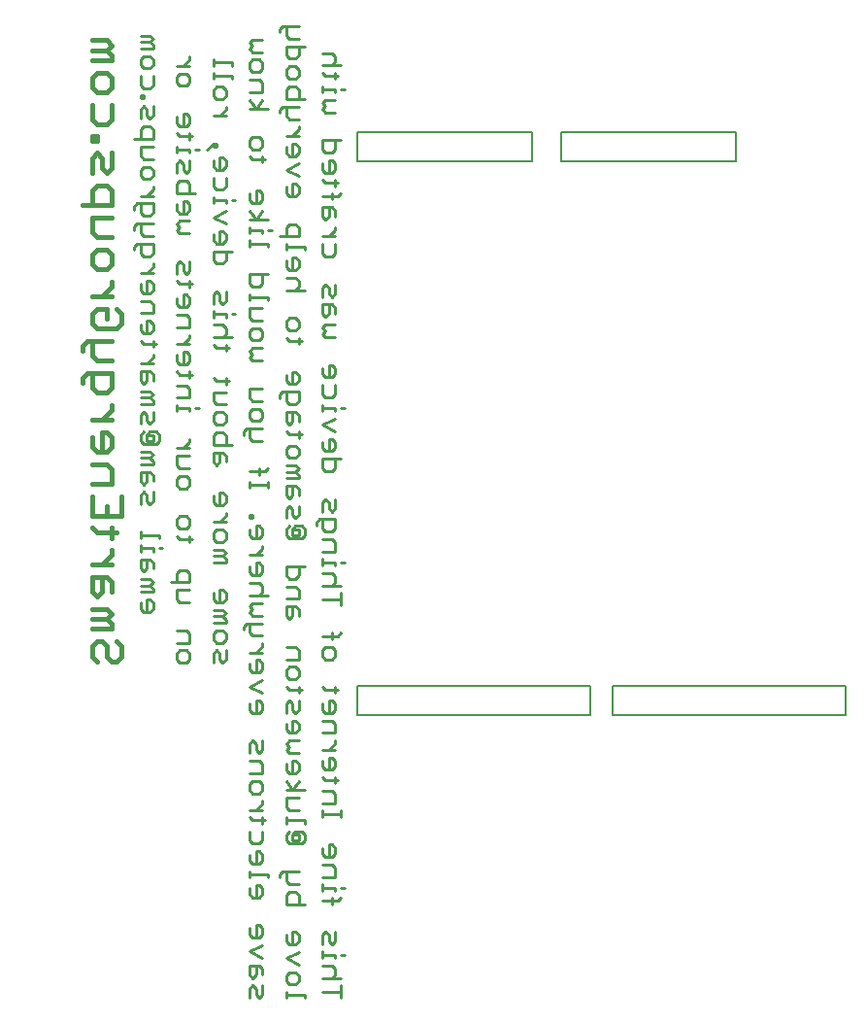
<source format=gbo>
G75*
G70*
%OFA0B0*%
%FSLAX24Y24*%
%IPPOS*%
%LPD*%
%AMOC8*
5,1,8,0,0,1.08239X$1,22.5*
%
%ADD10C,0.0180*%
%ADD11R,0.0040X0.0400*%
%ADD12R,0.0040X0.0600*%
%ADD13R,0.0040X0.0280*%
%ADD14R,0.0040X0.0440*%
%ADD15R,0.0040X0.0920*%
%ADD16R,0.0040X0.0360*%
%ADD17R,0.0040X0.0240*%
%ADD18R,0.0040X0.0200*%
%ADD19R,0.0040X0.0080*%
%ADD20R,0.0040X0.0160*%
%ADD21R,0.0040X0.0040*%
%ADD22R,0.0040X0.0480*%
%ADD23R,0.0040X0.0520*%
%ADD24R,0.0040X0.0560*%
%ADD25R,0.0040X0.0720*%
%ADD26R,0.0040X0.0320*%
%ADD27R,0.0040X0.0120*%
%ADD28R,0.0040X0.0680*%
%ADD29R,0.0040X0.0800*%
%ADD30R,0.0040X0.0640*%
%ADD31R,0.0040X0.0760*%
%ADD32R,0.0040X0.0880*%
%ADD33R,0.0040X0.0840*%
%ADD34R,0.0040X0.1080*%
%ADD35R,0.0040X0.1000*%
%ADD36R,0.0040X0.1560*%
%ADD37R,0.0040X0.1040*%
%ADD38R,0.0040X0.1520*%
%ADD39R,0.0040X0.1960*%
%ADD40R,0.0040X0.1920*%
%ADD41R,0.0040X0.1440*%
%ADD42R,0.0040X0.1720*%
%ADD43R,0.0040X0.0960*%
%ADD44C,0.0110*%
%ADD45C,0.0050*%
D10*
X006730Y012519D02*
X006560Y012690D01*
X006560Y013030D01*
X006730Y013200D01*
X006900Y013200D01*
X007070Y013030D01*
X007070Y012690D01*
X007241Y012519D01*
X007411Y012519D01*
X007581Y012690D01*
X007581Y013030D01*
X007411Y013200D01*
X007241Y013624D02*
X006560Y013624D01*
X006560Y013965D02*
X007070Y013965D01*
X007241Y014135D01*
X007070Y014305D01*
X006560Y014305D01*
X006730Y014729D02*
X006900Y014899D01*
X006900Y015410D01*
X007070Y015410D02*
X006560Y015410D01*
X006560Y014899D01*
X006730Y014729D01*
X007241Y014899D02*
X007241Y015240D01*
X007070Y015410D01*
X006900Y015834D02*
X007241Y016175D01*
X007241Y016345D01*
X007241Y016755D02*
X007241Y017095D01*
X007411Y016925D02*
X006730Y016925D01*
X006560Y017095D01*
X006560Y017492D02*
X006560Y018172D01*
X006560Y018597D02*
X007241Y018597D01*
X007241Y019107D01*
X007070Y019277D01*
X006560Y019277D01*
X006730Y019702D02*
X007070Y019702D01*
X007241Y019872D01*
X007241Y020212D01*
X007070Y020382D01*
X006900Y020382D01*
X006900Y019702D01*
X006730Y019702D02*
X006560Y019872D01*
X006560Y020212D01*
X006560Y020807D02*
X007241Y020807D01*
X007241Y021147D02*
X007241Y021317D01*
X007241Y021147D02*
X006900Y020807D01*
X006730Y021727D02*
X006560Y021897D01*
X006560Y022408D01*
X006390Y022408D02*
X006220Y022238D01*
X006220Y022068D01*
X006390Y022408D02*
X007241Y022408D01*
X007241Y021897D01*
X007070Y021727D01*
X006730Y021727D01*
X006730Y022832D02*
X006560Y023002D01*
X006560Y023513D01*
X006390Y023513D02*
X006220Y023343D01*
X006220Y023173D01*
X006390Y023513D02*
X007241Y023513D01*
X007411Y023937D02*
X006730Y023937D01*
X006560Y024107D01*
X006560Y024448D01*
X006730Y024618D01*
X007070Y024618D01*
X007070Y024277D01*
X007411Y023937D02*
X007581Y024107D01*
X007581Y024448D01*
X007411Y024618D01*
X007241Y025042D02*
X006560Y025042D01*
X006900Y025042D02*
X007241Y025382D01*
X007241Y025553D01*
X007070Y025963D02*
X006730Y025963D01*
X006560Y026133D01*
X006560Y026473D01*
X006730Y026643D01*
X007070Y026643D01*
X007241Y026473D01*
X007241Y026133D01*
X007070Y025963D01*
X007241Y027068D02*
X006730Y027068D01*
X006560Y027238D01*
X006560Y027748D01*
X007241Y027748D01*
X007241Y028173D02*
X007241Y028683D01*
X007070Y028853D01*
X006730Y028853D01*
X006560Y028683D01*
X006560Y028173D01*
X006220Y028173D02*
X007241Y028173D01*
X007070Y029278D02*
X007241Y029448D01*
X007241Y029958D01*
X006900Y029788D02*
X006900Y029448D01*
X007070Y029278D01*
X006560Y029278D02*
X006560Y029788D01*
X006730Y029958D01*
X006900Y029788D01*
X006730Y030383D02*
X006730Y030553D01*
X006560Y030553D01*
X006560Y030383D01*
X006730Y030383D01*
X006730Y030935D02*
X006560Y031105D01*
X006560Y031616D01*
X007241Y031616D02*
X007241Y031105D01*
X007070Y030935D01*
X006730Y030935D01*
X006730Y032040D02*
X006560Y032210D01*
X006560Y032551D01*
X006730Y032721D01*
X007070Y032721D01*
X007241Y032551D01*
X007241Y032210D01*
X007070Y032040D01*
X006730Y032040D01*
X006560Y033145D02*
X007241Y033145D01*
X007241Y033315D01*
X007070Y033485D01*
X007241Y033655D01*
X007070Y033826D01*
X006560Y033826D01*
X006560Y033485D02*
X007070Y033485D01*
X007241Y022832D02*
X006730Y022832D01*
X007581Y018172D02*
X007581Y017492D01*
X006560Y017492D01*
X007070Y017492D02*
X007070Y017832D01*
X007241Y015834D02*
X006560Y015834D01*
X007070Y013965D02*
X007241Y013795D01*
X007241Y013624D01*
D11*
X008650Y011360D03*
X008690Y011360D03*
X009090Y010400D03*
X008690Y009640D03*
X009050Y009320D03*
X009410Y009000D03*
X010130Y009040D03*
X010250Y009320D03*
X010370Y009600D03*
X010490Y009880D03*
X010610Y010200D03*
X009890Y008400D03*
X009770Y008200D03*
X009610Y007800D03*
X009010Y007640D03*
X007170Y007720D03*
X007130Y007840D03*
X007090Y007960D03*
X007050Y008120D03*
X006970Y010040D03*
X007850Y010160D03*
X004290Y009000D03*
X004130Y009480D03*
X005010Y007200D03*
D12*
X004690Y007900D03*
X004570Y008220D03*
X004170Y009460D03*
X004290Y009620D03*
X004330Y009660D03*
X006490Y009860D03*
X007010Y010020D03*
X008010Y010340D03*
X007690Y011220D03*
X007850Y011460D03*
X010050Y010180D03*
X009690Y009580D03*
D13*
X008970Y009340D03*
X008610Y009660D03*
X008290Y009940D03*
X007810Y010140D03*
X007130Y009740D03*
X007250Y009660D03*
X007370Y009540D03*
X007410Y009500D03*
X007450Y009460D03*
X007490Y009420D03*
X007650Y009300D03*
X007690Y009260D03*
X007730Y009220D03*
X007930Y009060D03*
X007970Y009020D03*
X008010Y008980D03*
X008210Y008820D03*
X008250Y008780D03*
X008450Y008620D03*
X008490Y008580D03*
X008530Y008540D03*
X009490Y007620D03*
X009370Y007420D03*
X009330Y007340D03*
X009290Y007300D03*
X009250Y007220D03*
X009210Y007180D03*
X009130Y007060D03*
X009050Y006940D03*
X008970Y006820D03*
X008930Y006780D03*
X008890Y006700D03*
X008850Y006660D03*
X008810Y006580D03*
X008770Y006540D03*
X008730Y006460D03*
X008690Y006420D03*
X008650Y006340D03*
X008610Y006300D03*
X008570Y006220D03*
X008530Y006180D03*
X008490Y006100D03*
X008450Y006060D03*
X008410Y005980D03*
X008370Y005940D03*
X008130Y006220D03*
X008210Y006340D03*
X008290Y006460D03*
X008330Y006540D03*
X008410Y006660D03*
X008490Y006780D03*
X008570Y006900D03*
X008650Y007020D03*
X008730Y007140D03*
X008810Y007260D03*
X008890Y007380D03*
X007970Y006340D03*
X007290Y007380D03*
X005170Y006780D03*
X004930Y007260D03*
X004210Y009660D03*
X006570Y009660D03*
X006650Y009620D03*
X006890Y009980D03*
X006930Y010020D03*
X006530Y010100D03*
X007450Y011580D03*
X007930Y011700D03*
X008730Y011420D03*
X008890Y011380D03*
X009570Y010780D03*
X009810Y010540D03*
X009930Y010460D03*
X010530Y010340D03*
X009050Y010380D03*
X010410Y008540D03*
X010170Y008180D03*
D14*
X010290Y008460D03*
X010010Y008740D03*
X009810Y008260D03*
X010570Y008140D03*
X009450Y009060D03*
X009770Y009660D03*
X009850Y009780D03*
X010090Y010220D03*
X008770Y010700D03*
X008170Y011940D03*
X008210Y011980D03*
X004210Y009260D03*
X004410Y008700D03*
X007250Y007420D03*
X008810Y007780D03*
D15*
X008810Y009580D03*
X009290Y009780D03*
X009530Y009980D03*
X008930Y010100D03*
X008490Y010980D03*
X004250Y009380D03*
D16*
X004330Y008900D03*
X004370Y008780D03*
X004730Y007700D03*
X004770Y007580D03*
X006730Y009580D03*
X006890Y009500D03*
X006930Y009460D03*
X006970Y009420D03*
X007010Y009380D03*
X007050Y009340D03*
X007090Y009300D03*
X007130Y009300D03*
X007170Y009260D03*
X007210Y009220D03*
X007250Y009180D03*
X007290Y009140D03*
X007330Y009100D03*
X007370Y009060D03*
X007410Y009060D03*
X007450Y009020D03*
X007490Y008980D03*
X007530Y008940D03*
X007570Y008900D03*
X007610Y008860D03*
X007730Y008780D03*
X007770Y008740D03*
X007810Y008700D03*
X007850Y008660D03*
X007890Y008620D03*
X007970Y008580D03*
X008010Y008540D03*
X008050Y008500D03*
X008090Y008460D03*
X008130Y008420D03*
X008290Y008300D03*
X008330Y008260D03*
X008370Y008220D03*
X008410Y008180D03*
X008570Y008060D03*
X008610Y008020D03*
X008650Y007980D03*
X008690Y007940D03*
X009570Y007740D03*
X009850Y008380D03*
X009930Y008580D03*
X009970Y008660D03*
X010090Y008940D03*
X010170Y009140D03*
X010210Y009220D03*
X010290Y009420D03*
X010330Y009500D03*
X010410Y009700D03*
X010450Y009780D03*
X010530Y009980D03*
X010130Y010220D03*
X009090Y011140D03*
X008730Y010700D03*
X007930Y010300D03*
X008330Y009940D03*
X009290Y008980D03*
X009330Y008980D03*
X009370Y008980D03*
X010210Y008180D03*
X008250Y011340D03*
X008210Y011380D03*
X008170Y011420D03*
X007770Y011580D03*
X008250Y012020D03*
D17*
X008330Y012120D03*
X008610Y012080D03*
X008930Y011800D03*
X008970Y011760D03*
X008810Y011440D03*
X008770Y011440D03*
X008850Y011400D03*
X009130Y011160D03*
X009170Y011120D03*
X009210Y011080D03*
X009490Y010840D03*
X009530Y010800D03*
X009690Y011120D03*
X009330Y011440D03*
X009290Y011480D03*
X010050Y010800D03*
X010090Y010760D03*
X009850Y010520D03*
X009890Y010480D03*
X010410Y010480D03*
X010450Y010440D03*
X010490Y010400D03*
X010650Y010200D03*
X009170Y010600D03*
X009050Y010080D03*
X008530Y009720D03*
X008570Y009680D03*
X008250Y009960D03*
X008210Y010000D03*
X008170Y010040D03*
X008410Y010160D03*
X008890Y009400D03*
X008930Y009360D03*
X009250Y009080D03*
X008410Y008640D03*
X008370Y008680D03*
X008330Y008720D03*
X008290Y008760D03*
X008170Y008840D03*
X008130Y008880D03*
X008090Y008920D03*
X008050Y008960D03*
X007890Y009080D03*
X007850Y009120D03*
X007810Y009160D03*
X007770Y009200D03*
X007610Y009320D03*
X007570Y009360D03*
X007530Y009400D03*
X007330Y009560D03*
X007290Y009600D03*
X006610Y009640D03*
X006810Y008360D03*
X006850Y008320D03*
X006890Y008320D03*
X006930Y008320D03*
X006970Y008280D03*
X005770Y008200D03*
X004890Y007320D03*
X005330Y006440D03*
X008130Y006600D03*
X008170Y006680D03*
X008210Y006720D03*
X008250Y006800D03*
X008290Y006840D03*
X008330Y006920D03*
X008370Y006960D03*
X008410Y007040D03*
X008450Y007120D03*
X008490Y007160D03*
X008530Y007240D03*
X008570Y007280D03*
X008610Y007360D03*
X008690Y007480D03*
X008850Y007320D03*
X008930Y007440D03*
X008770Y007200D03*
X008690Y007080D03*
X008610Y006960D03*
X008530Y006840D03*
X008450Y006720D03*
X008370Y006600D03*
X008250Y006400D03*
X008170Y006280D03*
X008330Y005880D03*
X009010Y006880D03*
X009090Y007000D03*
X009170Y007120D03*
X009370Y007800D03*
X009130Y008040D03*
X008890Y008240D03*
X008850Y008280D03*
X008650Y008440D03*
X008610Y008480D03*
X008570Y008520D03*
X010250Y008320D03*
X010250Y008040D03*
X007770Y011160D03*
X007810Y011240D03*
X005610Y011480D03*
X005570Y011440D03*
X005530Y011400D03*
X005490Y011360D03*
X005450Y011280D03*
X005410Y011240D03*
X005370Y011200D03*
X005290Y011080D03*
X005250Y011040D03*
X005210Y011000D03*
X005170Y010920D03*
X005130Y010880D03*
X005090Y010840D03*
X005010Y010720D03*
X004970Y010680D03*
X004890Y010560D03*
X004850Y010520D03*
X004810Y010480D03*
X004770Y010400D03*
X004730Y010360D03*
X004690Y010320D03*
X004650Y010240D03*
X004610Y010200D03*
X004570Y010160D03*
X004490Y010040D03*
X004450Y010000D03*
X004370Y009880D03*
D18*
X004410Y009940D03*
X004530Y010100D03*
X004930Y010620D03*
X005050Y010780D03*
X005330Y011140D03*
X005650Y011540D03*
X005690Y011580D03*
X006890Y010700D03*
X006850Y010620D03*
X006810Y010580D03*
X006770Y010500D03*
X006730Y010460D03*
X006690Y010380D03*
X006610Y010260D03*
X006570Y010180D03*
X006970Y010820D03*
X007050Y010940D03*
X007130Y011060D03*
X007210Y011180D03*
X007250Y011260D03*
X007290Y011300D03*
X007330Y011380D03*
X007370Y011420D03*
X007490Y011620D03*
X007930Y011420D03*
X008570Y012100D03*
X008530Y012140D03*
X008650Y012060D03*
X008690Y012020D03*
X008730Y011980D03*
X008770Y011940D03*
X008810Y011900D03*
X008850Y011860D03*
X008890Y011820D03*
X009010Y011740D03*
X009050Y011700D03*
X009090Y011660D03*
X009130Y011620D03*
X009170Y011580D03*
X009210Y011540D03*
X009250Y011500D03*
X009370Y011420D03*
X009410Y011380D03*
X009450Y011340D03*
X009490Y011300D03*
X009530Y011260D03*
X009570Y011220D03*
X009610Y011180D03*
X009650Y011140D03*
X009730Y011100D03*
X009770Y011060D03*
X009810Y011020D03*
X009850Y010980D03*
X009890Y010940D03*
X009930Y010900D03*
X009970Y010860D03*
X010010Y010820D03*
X010130Y010740D03*
X010170Y010700D03*
X010210Y010660D03*
X010250Y010620D03*
X010290Y010580D03*
X010330Y010540D03*
X010370Y010500D03*
X009010Y010380D03*
X008810Y010900D03*
X007930Y009980D03*
X007970Y009940D03*
X008010Y009900D03*
X008050Y009860D03*
X008090Y009820D03*
X008250Y009700D03*
X008290Y009660D03*
X008330Y009620D03*
X008370Y009580D03*
X008410Y009540D03*
X008450Y009500D03*
X008570Y009420D03*
X008610Y009380D03*
X008650Y009340D03*
X008690Y009300D03*
X008730Y009260D03*
X008890Y009140D03*
X008930Y009100D03*
X008970Y009060D03*
X009010Y009020D03*
X009050Y008980D03*
X008810Y008300D03*
X008770Y008300D03*
X009050Y008060D03*
X009090Y008060D03*
X008890Y007860D03*
X008850Y007900D03*
X008930Y007820D03*
X009290Y007860D03*
X009330Y007820D03*
X008650Y007420D03*
X008290Y005860D03*
X008250Y005820D03*
X008090Y005820D03*
X004730Y008340D03*
X004690Y008340D03*
X004370Y009620D03*
D19*
X005530Y006320D03*
X005570Y006320D03*
X005610Y006320D03*
X005650Y006320D03*
X005690Y006320D03*
X005730Y006320D03*
X005770Y006320D03*
X005810Y006320D03*
X005850Y006320D03*
X005890Y006320D03*
X005930Y006320D03*
X005970Y006320D03*
X006010Y006320D03*
X006050Y006320D03*
X006090Y006320D03*
X006130Y006320D03*
X006170Y006320D03*
X006210Y006320D03*
X006250Y006320D03*
X006290Y006320D03*
X006330Y006320D03*
X006370Y006320D03*
X006410Y006320D03*
X006450Y006320D03*
X006490Y006320D03*
X006530Y006320D03*
X006570Y006320D03*
X005890Y007280D03*
X005850Y007280D03*
X005810Y007280D03*
X005770Y007280D03*
X005730Y007280D03*
X005690Y007280D03*
X005650Y007280D03*
X005610Y007280D03*
X005570Y007280D03*
X005530Y007280D03*
X005490Y007280D03*
X005450Y007280D03*
X005410Y007280D03*
X005370Y007280D03*
X005330Y007280D03*
X005290Y007280D03*
X005250Y007280D03*
X005210Y007280D03*
X005170Y007280D03*
X005130Y007280D03*
X005090Y007280D03*
X005090Y008280D03*
X005050Y008280D03*
X005010Y008280D03*
X004970Y008280D03*
X004930Y008280D03*
X004890Y008280D03*
X004850Y008280D03*
X004810Y008280D03*
X004770Y008280D03*
X004770Y008400D03*
X004810Y008400D03*
X004850Y008400D03*
X004890Y008400D03*
X004930Y008400D03*
X004970Y008400D03*
X005010Y008400D03*
X005050Y008400D03*
X005090Y008400D03*
X005130Y008400D03*
X005170Y008400D03*
X005210Y008400D03*
X005250Y008400D03*
X005290Y008400D03*
X005330Y008400D03*
X005370Y008400D03*
X005410Y008400D03*
X005450Y008400D03*
X005490Y008400D03*
X005530Y008400D03*
X005570Y008400D03*
X005610Y008400D03*
X005650Y008400D03*
X005690Y008400D03*
X005730Y008400D03*
X005770Y008400D03*
X005810Y008400D03*
X005850Y008400D03*
X005890Y008400D03*
X005930Y008400D03*
X005970Y008400D03*
X006010Y008400D03*
X006050Y008400D03*
X006090Y008400D03*
X006130Y008400D03*
X006170Y008400D03*
X006210Y008400D03*
X006250Y008400D03*
X006290Y008400D03*
X006330Y008400D03*
X006370Y008400D03*
X006410Y008400D03*
X006450Y008400D03*
X006490Y008400D03*
X006530Y008400D03*
X005970Y008280D03*
X005930Y008280D03*
X005890Y008280D03*
X005850Y008280D03*
X005810Y008280D03*
X005730Y008280D03*
X005690Y008280D03*
X005650Y008280D03*
X005610Y008280D03*
X005570Y008280D03*
X005530Y008280D03*
X005490Y008280D03*
X005450Y008280D03*
X005410Y008280D03*
X005370Y008280D03*
X005330Y008280D03*
X005290Y008280D03*
X005250Y008280D03*
X005210Y008280D03*
X005170Y008280D03*
X005130Y008280D03*
X004570Y008600D03*
X004370Y009440D03*
X005930Y011640D03*
X005970Y011640D03*
X006010Y011640D03*
X006050Y011640D03*
X006090Y011640D03*
X006130Y011640D03*
X006170Y011640D03*
X006210Y011640D03*
X006250Y011640D03*
X006290Y011640D03*
X006330Y011640D03*
X006370Y011640D03*
X006410Y011640D03*
X006450Y011640D03*
X006490Y011640D03*
X006530Y011640D03*
X006570Y011640D03*
X006610Y011640D03*
X006650Y011640D03*
X006690Y011640D03*
X006730Y011640D03*
X006770Y011640D03*
X006810Y011640D03*
X006850Y011640D03*
X009410Y009520D03*
X009930Y008240D03*
X009970Y008240D03*
X010010Y008240D03*
X010050Y008240D03*
X010090Y008240D03*
X010130Y008240D03*
X010130Y008120D03*
X010090Y008120D03*
X010050Y008120D03*
X010010Y008120D03*
X009970Y008120D03*
X009930Y008120D03*
X009890Y008120D03*
X009850Y008120D03*
D20*
X010410Y008240D03*
X010250Y008600D03*
X010090Y008640D03*
X009250Y007880D03*
X009210Y007920D03*
X009170Y007960D03*
X009010Y008080D03*
X008970Y008120D03*
X008930Y008160D03*
X008730Y008320D03*
X008690Y008360D03*
X009090Y007640D03*
X010250Y007680D03*
X008530Y009440D03*
X008490Y009480D03*
X008210Y009720D03*
X008170Y009760D03*
X008130Y009800D03*
X007770Y010120D03*
X008730Y010400D03*
X008770Y010360D03*
X009090Y010080D03*
X010170Y010240D03*
X007970Y011440D03*
X007690Y011680D03*
X007570Y011640D03*
X007530Y011640D03*
X007170Y011120D03*
X007090Y011000D03*
X007010Y010880D03*
X006930Y010760D03*
X006650Y010320D03*
X006450Y009640D03*
X006410Y009640D03*
X006370Y009640D03*
X006330Y009640D03*
X006290Y009640D03*
X006250Y009640D03*
X006210Y009640D03*
X006170Y009640D03*
X006130Y009640D03*
X006090Y009640D03*
X006050Y009640D03*
X006010Y009640D03*
X005970Y009640D03*
X005930Y009640D03*
X005890Y009640D03*
X005850Y009640D03*
X005810Y009640D03*
X005770Y009640D03*
X005730Y009640D03*
X005690Y009640D03*
X005650Y009640D03*
X005610Y009640D03*
X005570Y009640D03*
X005530Y009640D03*
X005490Y009640D03*
X005450Y009640D03*
X005410Y009640D03*
X005370Y009640D03*
X005330Y009640D03*
X005290Y009640D03*
X005250Y009640D03*
X005210Y009640D03*
X005170Y009640D03*
X005130Y009640D03*
X005090Y009640D03*
X005050Y009640D03*
X005010Y009640D03*
X004970Y009640D03*
X004930Y009640D03*
X004890Y009640D03*
X004850Y009640D03*
X004810Y009640D03*
X004770Y009640D03*
X004730Y009640D03*
X004690Y009640D03*
X004650Y009640D03*
X004610Y009640D03*
X004570Y009640D03*
X004530Y009640D03*
X004490Y009640D03*
X004450Y009640D03*
X004410Y009640D03*
X004730Y008000D03*
X005370Y006400D03*
X005410Y006360D03*
X006690Y006320D03*
X006730Y006320D03*
X006770Y006320D03*
X007170Y007280D03*
X008130Y005800D03*
X008170Y005800D03*
X008210Y005800D03*
X005770Y011600D03*
X005730Y011600D03*
X008450Y012160D03*
X008490Y012160D03*
D21*
X008650Y011060D03*
X009770Y010180D03*
X009810Y010140D03*
X009490Y009540D03*
X009410Y009420D03*
X008930Y008300D03*
X006770Y008260D03*
X006210Y008260D03*
X006170Y008260D03*
X006130Y008260D03*
X006090Y008260D03*
X006010Y008260D03*
X005730Y008180D03*
X005730Y009420D03*
X005770Y009420D03*
X005810Y009420D03*
X005850Y009420D03*
X005890Y009420D03*
X005930Y009420D03*
X005970Y009420D03*
X006010Y009420D03*
X006050Y009420D03*
X006090Y009420D03*
X006130Y009420D03*
X006170Y009420D03*
X006210Y009420D03*
X006250Y009420D03*
X006290Y009420D03*
X006330Y009420D03*
X006370Y009420D03*
X006410Y009420D03*
X006450Y009420D03*
X006490Y009420D03*
X006530Y009420D03*
X006570Y009420D03*
X006610Y009420D03*
X006650Y009420D03*
X005690Y009420D03*
X005650Y009420D03*
X005610Y009420D03*
X005570Y009420D03*
X005530Y009420D03*
X005490Y009420D03*
X005450Y009420D03*
X005410Y009420D03*
X005370Y009420D03*
X005330Y009420D03*
X005290Y009420D03*
X005250Y009420D03*
X005210Y009420D03*
X005170Y009420D03*
X005130Y009420D03*
X005090Y009420D03*
X005050Y009420D03*
X005010Y009420D03*
X004970Y009420D03*
X004930Y009420D03*
X004890Y009420D03*
X004850Y009420D03*
X004810Y009420D03*
X004770Y009420D03*
X004730Y009420D03*
X004690Y009420D03*
X004650Y009420D03*
X004610Y009420D03*
X004570Y009420D03*
X004530Y009420D03*
X004490Y009420D03*
X004450Y009420D03*
X004410Y009420D03*
D22*
X004450Y008560D03*
X007130Y010240D03*
X007250Y010440D03*
X007330Y010560D03*
X007370Y010640D03*
X007450Y010760D03*
X007570Y010960D03*
X007970Y010320D03*
X007890Y010160D03*
X008370Y009960D03*
X008730Y009640D03*
X009010Y010000D03*
X009810Y009720D03*
X009770Y010480D03*
X010050Y008800D03*
X010410Y007880D03*
X009450Y007640D03*
D23*
X009650Y007860D03*
X008970Y007620D03*
X010290Y007860D03*
X009490Y009140D03*
X009530Y009220D03*
X009730Y009580D03*
X009890Y009860D03*
X009930Y009940D03*
X008610Y011300D03*
X008570Y011260D03*
X007610Y011020D03*
X007530Y010900D03*
X007490Y010820D03*
X007410Y010700D03*
X007290Y010500D03*
X007210Y010380D03*
X007170Y010300D03*
X006770Y009660D03*
X004490Y008380D03*
D24*
X004530Y008320D03*
X006810Y009680D03*
X008690Y010520D03*
X008810Y010480D03*
X009170Y010160D03*
X009410Y009920D03*
X009450Y009960D03*
X009410Y010760D03*
X009050Y011080D03*
X008010Y011640D03*
X007890Y011520D03*
X010570Y010160D03*
X009410Y007640D03*
X008770Y007760D03*
X007210Y007480D03*
D25*
X004650Y008080D03*
X004610Y008160D03*
X008210Y010680D03*
X008250Y010720D03*
X009370Y009800D03*
X009690Y010440D03*
X010530Y008160D03*
D26*
X009730Y008120D03*
X009690Y008040D03*
X009530Y007680D03*
X009050Y007640D03*
X008530Y008080D03*
X008490Y008120D03*
X008450Y008160D03*
X008250Y008320D03*
X008210Y008360D03*
X008170Y008400D03*
X007930Y008600D03*
X007690Y008800D03*
X007650Y008840D03*
X007010Y008200D03*
X006690Y009560D03*
X006530Y009720D03*
X007170Y009720D03*
X007210Y009680D03*
X008410Y009840D03*
X008650Y009640D03*
X009010Y009320D03*
X009450Y010840D03*
X008290Y012080D03*
X007970Y011720D03*
X007810Y011600D03*
X007410Y011560D03*
X004810Y007480D03*
X004850Y007400D03*
X004970Y007240D03*
X005050Y007040D03*
X005090Y006960D03*
X005130Y006880D03*
X005210Y006680D03*
X005250Y006600D03*
X005290Y006520D03*
X007970Y005960D03*
D27*
X007930Y006300D03*
X007890Y006300D03*
X007850Y006300D03*
X007810Y006300D03*
X007770Y006300D03*
X007730Y006300D03*
X007690Y006300D03*
X007650Y006300D03*
X007610Y006300D03*
X007570Y006300D03*
X007530Y006300D03*
X007490Y006300D03*
X007450Y006300D03*
X007410Y006300D03*
X007370Y006300D03*
X007330Y006300D03*
X007290Y006300D03*
X007250Y006300D03*
X007210Y006300D03*
X007170Y006300D03*
X007130Y006300D03*
X007090Y006300D03*
X007050Y006300D03*
X007010Y006300D03*
X006970Y006300D03*
X006930Y006300D03*
X006890Y006300D03*
X006850Y006300D03*
X006810Y006300D03*
X006650Y006340D03*
X006610Y006340D03*
X006610Y007260D03*
X006650Y007260D03*
X006690Y007260D03*
X006730Y007260D03*
X006770Y007260D03*
X006810Y007260D03*
X006850Y007260D03*
X006890Y007260D03*
X006930Y007260D03*
X006970Y007260D03*
X007010Y007260D03*
X007050Y007260D03*
X007090Y007260D03*
X007130Y007260D03*
X006570Y007260D03*
X006530Y007260D03*
X006490Y007260D03*
X006450Y007260D03*
X006410Y007260D03*
X006370Y007260D03*
X006330Y007260D03*
X006290Y007260D03*
X006250Y007260D03*
X006210Y007260D03*
X006170Y007260D03*
X006130Y007260D03*
X006090Y007260D03*
X006050Y007260D03*
X006010Y007260D03*
X005970Y007260D03*
X005930Y007260D03*
X005050Y007300D03*
X005450Y006340D03*
X005490Y006340D03*
X006570Y008420D03*
X006610Y008420D03*
X006650Y008420D03*
X006690Y008420D03*
X006730Y008420D03*
X006770Y008420D03*
X009250Y008860D03*
X010130Y008620D03*
X010170Y008620D03*
X010210Y008620D03*
X010210Y007660D03*
X010170Y007660D03*
X010130Y007660D03*
X010090Y007660D03*
X010050Y007660D03*
X010010Y007660D03*
X009970Y007660D03*
X009930Y007660D03*
X009890Y007660D03*
X009850Y007660D03*
X009810Y007660D03*
X009770Y007660D03*
X009730Y007660D03*
X009690Y007660D03*
X007650Y011660D03*
X007610Y011660D03*
X007370Y011660D03*
X007330Y011660D03*
X007290Y011660D03*
X007250Y011660D03*
X007210Y011660D03*
X007170Y011660D03*
X007130Y011660D03*
X007090Y011660D03*
X007050Y011660D03*
X007010Y011660D03*
X006970Y011660D03*
X006930Y011660D03*
X006890Y011660D03*
X005890Y011620D03*
X005850Y011620D03*
X005810Y011620D03*
X008370Y012180D03*
X008410Y012180D03*
D28*
X008050Y011660D03*
X009010Y011060D03*
X009370Y010740D03*
X009130Y010300D03*
X009490Y009980D03*
X010010Y010180D03*
X009090Y009220D03*
X008050Y010340D03*
X008650Y010460D03*
X007050Y010020D03*
X006850Y009700D03*
D29*
X007090Y010040D03*
X008090Y010360D03*
X008610Y010440D03*
X008410Y011000D03*
X008930Y011080D03*
X009290Y010760D03*
X009650Y010440D03*
X008490Y010000D03*
X008770Y009560D03*
X009130Y009240D03*
X007730Y011360D03*
D30*
X007650Y011160D03*
X008170Y010600D03*
X008450Y009960D03*
X009730Y010440D03*
X008730Y007760D03*
X008090Y006320D03*
D31*
X008010Y006140D03*
X009650Y009540D03*
X009330Y010740D03*
X008970Y011060D03*
X008090Y011700D03*
D32*
X008450Y010960D03*
X008570Y010440D03*
X008130Y010400D03*
X010490Y008160D03*
X008050Y006160D03*
D33*
X009170Y009220D03*
X009330Y009780D03*
X008970Y010100D03*
X008850Y010620D03*
X008370Y011020D03*
X008130Y011700D03*
X009970Y010140D03*
D34*
X008290Y010940D03*
X010330Y008140D03*
X010370Y008140D03*
D35*
X008330Y010940D03*
D36*
X008530Y010740D03*
D37*
X008850Y009600D03*
D38*
X008890Y010360D03*
D39*
X009210Y009780D03*
D40*
X009250Y010240D03*
D41*
X009570Y009720D03*
D42*
X009610Y010020D03*
D43*
X010450Y008160D03*
D44*
X011975Y008093D02*
X012082Y007986D01*
X012295Y007986D01*
X012402Y008093D01*
X012402Y008306D01*
X012295Y008413D01*
X012082Y008413D01*
X011975Y008306D01*
X011975Y008093D01*
X012402Y007731D02*
X012402Y007624D01*
X012189Y007410D01*
X012402Y007410D02*
X011975Y007410D01*
X011975Y007164D02*
X012082Y007057D01*
X012509Y007057D01*
X012402Y006950D02*
X012402Y007164D01*
X012402Y006687D02*
X012402Y006366D01*
X012295Y006260D01*
X012082Y006260D01*
X011975Y006366D01*
X011975Y006687D01*
X012189Y005996D02*
X012189Y005569D01*
X012295Y005569D02*
X012402Y005676D01*
X012402Y005889D01*
X012295Y005996D01*
X012189Y005996D01*
X011975Y005889D02*
X011975Y005676D01*
X012082Y005569D01*
X012295Y005569D01*
X011975Y005322D02*
X011975Y005109D01*
X011975Y005215D02*
X012616Y005215D01*
X012616Y005109D01*
X013011Y005092D02*
X013011Y005199D01*
X013118Y005305D01*
X013652Y005305D01*
X013652Y004878D02*
X013332Y004878D01*
X013225Y004985D01*
X013225Y005305D01*
X013332Y004615D02*
X013545Y004615D01*
X013652Y004508D01*
X013652Y004188D01*
X013866Y004188D02*
X013225Y004188D01*
X013225Y004508D01*
X013332Y004615D01*
X012402Y004525D02*
X012295Y004418D01*
X012082Y004418D01*
X011975Y004525D01*
X011975Y004738D01*
X012189Y004845D02*
X012189Y004418D01*
X012402Y004525D02*
X012402Y004738D01*
X012295Y004845D01*
X012189Y004845D01*
X013332Y006260D02*
X013759Y006260D01*
X013866Y006366D01*
X013866Y006580D01*
X013759Y006687D01*
X013545Y006687D01*
X013439Y006580D01*
X013652Y006580D01*
X013652Y006366D01*
X013439Y006366D01*
X013439Y006580D01*
X013332Y006687D02*
X013225Y006580D01*
X013225Y006366D01*
X013332Y006260D01*
X013225Y006950D02*
X013225Y007164D01*
X013225Y007057D02*
X013866Y007057D01*
X013866Y006950D01*
X013652Y007410D02*
X013332Y007410D01*
X013225Y007517D01*
X013225Y007838D01*
X013652Y007838D01*
X013439Y008101D02*
X013652Y008421D01*
X013545Y008677D02*
X013332Y008677D01*
X013225Y008783D01*
X013225Y008997D01*
X013439Y009104D02*
X013439Y008677D01*
X013545Y008677D02*
X013652Y008783D01*
X013652Y008997D01*
X013545Y009104D01*
X013439Y009104D01*
X013332Y009367D02*
X013225Y009474D01*
X013332Y009581D01*
X013225Y009687D01*
X013332Y009794D01*
X013652Y009794D01*
X013545Y010058D02*
X013332Y010058D01*
X013225Y010165D01*
X013225Y010378D01*
X013439Y010485D02*
X013439Y010058D01*
X013545Y010058D02*
X013652Y010165D01*
X013652Y010378D01*
X013545Y010485D01*
X013439Y010485D01*
X013545Y010748D02*
X013652Y010855D01*
X013652Y011175D01*
X013439Y011069D02*
X013439Y010855D01*
X013545Y010748D01*
X013225Y010748D02*
X013225Y011069D01*
X013332Y011175D01*
X013439Y011069D01*
X013652Y011439D02*
X013652Y011652D01*
X013759Y011546D02*
X013332Y011546D01*
X013225Y011652D01*
X013332Y011899D02*
X013225Y012006D01*
X013225Y012220D01*
X013332Y012326D01*
X013545Y012326D01*
X013652Y012220D01*
X013652Y012006D01*
X013545Y011899D01*
X013332Y011899D01*
X013225Y012590D02*
X013652Y012590D01*
X013652Y012910D01*
X013545Y013017D01*
X013225Y013017D01*
X012402Y013034D02*
X012402Y013140D01*
X012402Y013034D02*
X012189Y012820D01*
X012402Y012820D02*
X011975Y012820D01*
X012189Y012557D02*
X012189Y012130D01*
X012295Y012130D02*
X012402Y012236D01*
X012402Y012450D01*
X012295Y012557D01*
X012189Y012557D01*
X011975Y012450D02*
X011975Y012236D01*
X012082Y012130D01*
X012295Y012130D01*
X012402Y011866D02*
X011975Y011652D01*
X012402Y011439D01*
X012295Y011175D02*
X012189Y011175D01*
X012189Y010748D01*
X012295Y010748D02*
X012402Y010855D01*
X012402Y011069D01*
X012295Y011175D01*
X011975Y011069D02*
X011975Y010855D01*
X012082Y010748D01*
X012295Y010748D01*
X012402Y009794D02*
X012402Y009474D01*
X012295Y009367D01*
X012189Y009474D01*
X012189Y009687D01*
X012082Y009794D01*
X011975Y009687D01*
X011975Y009367D01*
X011975Y009104D02*
X012295Y009104D01*
X012402Y008997D01*
X012402Y008677D01*
X011975Y008677D01*
X013225Y008421D02*
X013439Y008101D01*
X013225Y008101D02*
X013866Y008101D01*
X014475Y008068D02*
X014795Y008068D01*
X014902Y007961D01*
X014902Y007641D01*
X014475Y007641D01*
X014475Y007394D02*
X014475Y007180D01*
X014475Y007287D02*
X015116Y007287D01*
X015116Y007180D02*
X015116Y007394D01*
X014902Y008331D02*
X014902Y008545D01*
X015009Y008438D02*
X014582Y008438D01*
X014475Y008545D01*
X014582Y008792D02*
X014795Y008792D01*
X014902Y008898D01*
X014902Y009112D01*
X014795Y009219D01*
X014689Y009219D01*
X014689Y008792D01*
X014582Y008792D02*
X014475Y008898D01*
X014475Y009112D01*
X014475Y009482D02*
X014902Y009482D01*
X014689Y009482D02*
X014902Y009696D01*
X014902Y009803D01*
X014902Y010058D02*
X014475Y010058D01*
X014475Y010485D02*
X014795Y010485D01*
X014902Y010378D01*
X014902Y010058D01*
X014795Y010748D02*
X014902Y010855D01*
X014902Y011069D01*
X014795Y011175D01*
X014689Y011175D01*
X014689Y010748D01*
X014795Y010748D02*
X014582Y010748D01*
X014475Y010855D01*
X014475Y011069D01*
X014902Y011439D02*
X014902Y011652D01*
X015009Y011546D02*
X014582Y011546D01*
X014475Y011652D01*
X014582Y012590D02*
X014475Y012697D01*
X014475Y012910D01*
X014582Y013017D01*
X014795Y013017D01*
X014902Y012910D01*
X014902Y012697D01*
X014795Y012590D01*
X014582Y012590D01*
X014795Y013281D02*
X014795Y013494D01*
X015009Y013387D02*
X014475Y013387D01*
X015009Y013387D02*
X015116Y013494D01*
X015116Y014431D02*
X015116Y014859D01*
X015116Y014645D02*
X014475Y014645D01*
X014475Y015122D02*
X015116Y015122D01*
X014902Y015229D02*
X014902Y015442D01*
X014795Y015549D01*
X014475Y015549D01*
X014475Y015813D02*
X014475Y016026D01*
X014475Y015919D02*
X014902Y015919D01*
X014902Y015813D01*
X015116Y015919D02*
X015222Y015919D01*
X014902Y016273D02*
X014475Y016273D01*
X014902Y016273D02*
X014902Y016593D01*
X014795Y016700D01*
X014475Y016700D01*
X014582Y016964D02*
X014475Y017070D01*
X014475Y017391D01*
X014368Y017391D02*
X014902Y017391D01*
X014902Y017070D01*
X014795Y016964D01*
X014582Y016964D01*
X014261Y017177D02*
X014261Y017284D01*
X014368Y017391D01*
X014475Y017654D02*
X014475Y017975D01*
X014582Y018081D01*
X014689Y017975D01*
X014689Y017761D01*
X014795Y017654D01*
X014902Y017761D01*
X014902Y018081D01*
X014795Y019035D02*
X014902Y019142D01*
X014902Y019462D01*
X015116Y019462D02*
X014475Y019462D01*
X014475Y019142D01*
X014582Y019035D01*
X014795Y019035D01*
X014795Y019726D02*
X014902Y019833D01*
X014902Y020046D01*
X014795Y020153D01*
X014689Y020153D01*
X014689Y019726D01*
X014795Y019726D02*
X014582Y019726D01*
X014475Y019833D01*
X014475Y020046D01*
X014902Y020417D02*
X014475Y020630D01*
X014902Y020844D01*
X014902Y021107D02*
X014902Y021214D01*
X014475Y021214D01*
X014475Y021107D02*
X014475Y021321D01*
X014582Y021568D02*
X014475Y021674D01*
X014475Y021995D01*
X014582Y022258D02*
X014795Y022258D01*
X014902Y022365D01*
X014902Y022578D01*
X014795Y022685D01*
X014689Y022685D01*
X014689Y022258D01*
X014582Y022258D02*
X014475Y022365D01*
X014475Y022578D01*
X014902Y021995D02*
X014902Y021674D01*
X014795Y021568D01*
X014582Y021568D01*
X015116Y021214D02*
X015222Y021214D01*
X013652Y021444D02*
X013545Y021337D01*
X013332Y021337D01*
X013225Y021444D01*
X013225Y021764D01*
X013118Y021764D02*
X013652Y021764D01*
X013652Y021444D01*
X013545Y021074D02*
X013225Y021074D01*
X013225Y020754D01*
X013332Y020647D01*
X013439Y020754D01*
X013439Y021074D01*
X013545Y021074D02*
X013652Y020967D01*
X013652Y020754D01*
X013652Y020400D02*
X013652Y020186D01*
X013759Y020293D02*
X013332Y020293D01*
X013225Y020400D01*
X013332Y019923D02*
X013545Y019923D01*
X013652Y019816D01*
X013652Y019603D01*
X013545Y019496D01*
X013332Y019496D01*
X013225Y019603D01*
X013225Y019816D01*
X013332Y019923D01*
X013225Y019232D02*
X013545Y019232D01*
X013652Y019125D01*
X013545Y019019D01*
X013225Y019019D01*
X013225Y018805D02*
X013652Y018805D01*
X013652Y018912D01*
X013545Y019019D01*
X013545Y018542D02*
X013225Y018542D01*
X013225Y018221D01*
X013332Y018115D01*
X013439Y018221D01*
X013439Y018542D01*
X013545Y018542D02*
X013652Y018435D01*
X013652Y018221D01*
X013652Y017851D02*
X013652Y017531D01*
X013545Y017424D01*
X013439Y017531D01*
X013439Y017744D01*
X013332Y017851D01*
X013225Y017744D01*
X013225Y017424D01*
X013332Y017160D02*
X013225Y017054D01*
X013225Y016840D01*
X013332Y016733D01*
X013759Y016733D01*
X013866Y016840D01*
X013866Y017054D01*
X013759Y017160D01*
X013545Y017160D01*
X013439Y017054D01*
X013652Y017054D01*
X013652Y016840D01*
X013439Y016840D01*
X013439Y017054D01*
X012402Y017054D02*
X012295Y017160D01*
X012189Y017160D01*
X012189Y016733D01*
X012295Y016733D02*
X012402Y016840D01*
X012402Y017054D01*
X012295Y016733D02*
X012082Y016733D01*
X011975Y016840D01*
X011975Y017054D01*
X011975Y017424D02*
X011975Y017531D01*
X012082Y017531D01*
X012082Y017424D01*
X011975Y017424D01*
X011152Y017513D02*
X011152Y017619D01*
X011152Y017513D02*
X010939Y017299D01*
X011152Y017299D02*
X010725Y017299D01*
X010832Y017036D02*
X011045Y017036D01*
X011152Y016929D01*
X011152Y016715D01*
X011045Y016609D01*
X010832Y016609D01*
X010725Y016715D01*
X010725Y016929D01*
X010832Y017036D01*
X010725Y016345D02*
X011045Y016345D01*
X011152Y016238D01*
X011045Y016131D01*
X010725Y016131D01*
X010725Y015918D02*
X011152Y015918D01*
X011152Y016025D01*
X011045Y016131D01*
X011975Y016158D02*
X012402Y016158D01*
X012402Y016371D02*
X012402Y016478D01*
X012402Y016371D02*
X012189Y016158D01*
X012189Y015894D02*
X012189Y015467D01*
X012295Y015467D02*
X012402Y015574D01*
X012402Y015788D01*
X012295Y015894D01*
X012189Y015894D01*
X011975Y015788D02*
X011975Y015574D01*
X012082Y015467D01*
X012295Y015467D01*
X012295Y015204D02*
X011975Y015204D01*
X012295Y015204D02*
X012402Y015097D01*
X012402Y014884D01*
X012295Y014777D01*
X012402Y014513D02*
X012082Y014513D01*
X011975Y014406D01*
X012082Y014300D01*
X011975Y014193D01*
X012082Y014086D01*
X012402Y014086D01*
X012402Y013823D02*
X011868Y013823D01*
X011761Y013716D01*
X011761Y013609D01*
X011975Y013502D02*
X011975Y013823D01*
X011975Y013502D02*
X012082Y013396D01*
X012402Y013396D01*
X013225Y014078D02*
X013332Y013971D01*
X013439Y014078D01*
X013439Y014398D01*
X013545Y014398D02*
X013225Y014398D01*
X013225Y014078D01*
X013652Y014078D02*
X013652Y014291D01*
X013545Y014398D01*
X013652Y014662D02*
X013225Y014662D01*
X013225Y015089D02*
X013545Y015089D01*
X013652Y014982D01*
X013652Y014662D01*
X013545Y015352D02*
X013332Y015352D01*
X013225Y015459D01*
X013225Y015779D01*
X013866Y015779D01*
X013652Y015779D02*
X013652Y015459D01*
X013545Y015352D01*
X012616Y014777D02*
X011975Y014777D01*
X011152Y014857D02*
X011045Y014964D01*
X010939Y014964D01*
X010939Y014537D01*
X011045Y014537D02*
X011152Y014644D01*
X011152Y014857D01*
X011045Y014537D02*
X010832Y014537D01*
X010725Y014644D01*
X010725Y014857D01*
X010725Y014273D02*
X011045Y014273D01*
X011152Y014166D01*
X011045Y014060D01*
X010725Y014060D01*
X010725Y013846D02*
X011152Y013846D01*
X011152Y013953D01*
X011045Y014060D01*
X011045Y013583D02*
X011152Y013476D01*
X011152Y013262D01*
X011045Y013156D01*
X010832Y013156D01*
X010725Y013262D01*
X010725Y013476D01*
X010832Y013583D01*
X011045Y013583D01*
X011152Y012892D02*
X011152Y012572D01*
X011045Y012465D01*
X010939Y012572D01*
X010939Y012785D01*
X010832Y012892D01*
X010725Y012785D01*
X010725Y012465D01*
X009902Y012572D02*
X009795Y012465D01*
X009582Y012465D01*
X009475Y012572D01*
X009475Y012785D01*
X009582Y012892D01*
X009795Y012892D01*
X009902Y012785D01*
X009902Y012572D01*
X009902Y013156D02*
X009475Y013156D01*
X009475Y013583D02*
X009795Y013583D01*
X009902Y013476D01*
X009902Y013156D01*
X008652Y014322D02*
X008652Y014535D01*
X008545Y014642D01*
X008439Y014642D01*
X008439Y014215D01*
X008545Y014215D02*
X008652Y014322D01*
X008545Y014215D02*
X008332Y014215D01*
X008225Y014322D01*
X008225Y014535D01*
X008225Y014906D02*
X008652Y014906D01*
X008652Y015012D01*
X008545Y015119D01*
X008652Y015226D01*
X008545Y015333D01*
X008225Y015333D01*
X008225Y015119D02*
X008545Y015119D01*
X008332Y015596D02*
X008439Y015703D01*
X008439Y016023D01*
X008545Y016023D02*
X008225Y016023D01*
X008225Y015703D01*
X008332Y015596D01*
X008652Y015703D02*
X008652Y015916D01*
X008545Y016023D01*
X008652Y016287D02*
X008652Y016394D01*
X008225Y016394D01*
X008225Y016500D02*
X008225Y016287D01*
X008225Y016747D02*
X008225Y016961D01*
X008225Y016854D02*
X008866Y016854D01*
X008866Y016747D01*
X008866Y016394D02*
X008972Y016394D01*
X009475Y016822D02*
X009582Y016715D01*
X010009Y016715D01*
X009902Y016609D02*
X009902Y016822D01*
X009795Y017069D02*
X009582Y017069D01*
X009475Y017176D01*
X009475Y017389D01*
X009582Y017496D01*
X009795Y017496D01*
X009902Y017389D01*
X009902Y017176D01*
X009795Y017069D01*
X010725Y017981D02*
X010832Y017875D01*
X011045Y017875D01*
X011152Y017981D01*
X011152Y018195D01*
X011045Y018302D01*
X010939Y018302D01*
X010939Y017875D01*
X010725Y017981D02*
X010725Y018195D01*
X009902Y018557D02*
X009902Y018770D01*
X009795Y018877D01*
X009582Y018877D01*
X009475Y018770D01*
X009475Y018557D01*
X009582Y018450D01*
X009795Y018450D01*
X009902Y018557D01*
X009902Y019141D02*
X009582Y019141D01*
X009475Y019247D01*
X009475Y019568D01*
X009902Y019568D01*
X009902Y019831D02*
X009475Y019831D01*
X009689Y019831D02*
X009902Y020045D01*
X009902Y020152D01*
X010725Y020267D02*
X010725Y019946D01*
X011366Y019946D01*
X011152Y019946D02*
X011152Y020267D01*
X011045Y020373D01*
X010832Y020373D01*
X010725Y020267D01*
X010832Y020637D02*
X010725Y020744D01*
X010725Y020957D01*
X010832Y021064D01*
X011045Y021064D01*
X011152Y020957D01*
X011152Y020744D01*
X011045Y020637D01*
X010832Y020637D01*
X010222Y021204D02*
X010116Y021204D01*
X009902Y021204D02*
X009475Y021204D01*
X009475Y021097D02*
X009475Y021311D01*
X009475Y021558D02*
X009902Y021558D01*
X009902Y021878D01*
X009795Y021985D01*
X009475Y021985D01*
X009582Y022355D02*
X009475Y022462D01*
X009582Y022355D02*
X010009Y022355D01*
X009902Y022248D02*
X009902Y022462D01*
X009795Y022709D02*
X009902Y022815D01*
X009902Y023029D01*
X009795Y023136D01*
X009689Y023136D01*
X009689Y022709D01*
X009795Y022709D02*
X009582Y022709D01*
X009475Y022815D01*
X009475Y023029D01*
X009475Y023399D02*
X009902Y023399D01*
X009689Y023399D02*
X009902Y023613D01*
X009902Y023720D01*
X009902Y023975D02*
X009475Y023975D01*
X009475Y024402D02*
X009795Y024402D01*
X009902Y024295D01*
X009902Y023975D01*
X009795Y024665D02*
X009582Y024665D01*
X009475Y024772D01*
X009475Y024986D01*
X009689Y025092D02*
X009689Y024665D01*
X009795Y024665D02*
X009902Y024772D01*
X009902Y024986D01*
X009795Y025092D01*
X009689Y025092D01*
X009902Y025356D02*
X009902Y025570D01*
X010009Y025463D02*
X009582Y025463D01*
X009475Y025570D01*
X009475Y025816D02*
X009475Y026137D01*
X009582Y026243D01*
X009689Y026137D01*
X009689Y025923D01*
X009795Y025816D01*
X009902Y025923D01*
X009902Y026243D01*
X010725Y026268D02*
X010832Y026162D01*
X011045Y026162D01*
X011152Y026268D01*
X011152Y026589D01*
X011366Y026589D02*
X010725Y026589D01*
X010725Y026268D01*
X010832Y026852D02*
X011045Y026852D01*
X011152Y026959D01*
X011152Y027173D01*
X011045Y027279D01*
X010939Y027279D01*
X010939Y026852D01*
X010832Y026852D02*
X010725Y026959D01*
X010725Y027173D01*
X011152Y027543D02*
X010725Y027756D01*
X011152Y027970D01*
X011152Y028233D02*
X011152Y028340D01*
X010725Y028340D01*
X010725Y028233D02*
X010725Y028447D01*
X010832Y028694D02*
X010725Y028801D01*
X010725Y029121D01*
X010832Y029384D02*
X011045Y029384D01*
X011152Y029491D01*
X011152Y029705D01*
X011045Y029811D01*
X010939Y029811D01*
X010939Y029384D01*
X010832Y029384D02*
X010725Y029491D01*
X010725Y029705D01*
X010511Y030075D02*
X010725Y030289D01*
X010725Y030182D01*
X010832Y030182D01*
X010832Y030289D01*
X010725Y030289D01*
X010222Y030067D02*
X010116Y030067D01*
X009902Y030067D02*
X009475Y030067D01*
X009475Y030173D02*
X009475Y029960D01*
X009582Y029696D02*
X009689Y029590D01*
X009689Y029376D01*
X009795Y029269D01*
X009902Y029376D01*
X009902Y029696D01*
X009902Y029960D02*
X009902Y030067D01*
X009902Y030420D02*
X009902Y030634D01*
X010009Y030527D02*
X009582Y030527D01*
X009475Y030634D01*
X009582Y030881D02*
X009795Y030881D01*
X009902Y030987D01*
X009902Y031201D01*
X009795Y031308D01*
X009689Y031308D01*
X009689Y030881D01*
X009582Y030881D02*
X009475Y030987D01*
X009475Y031201D01*
X008652Y031241D02*
X008652Y031561D01*
X008439Y031455D02*
X008439Y031241D01*
X008545Y031134D01*
X008652Y031241D01*
X008439Y031455D02*
X008332Y031561D01*
X008225Y031455D01*
X008225Y031134D01*
X008332Y030871D02*
X008225Y030764D01*
X008225Y030444D01*
X008011Y030444D02*
X008652Y030444D01*
X008652Y030764D01*
X008545Y030871D01*
X008332Y030871D01*
X008225Y030180D02*
X008652Y030180D01*
X008225Y030180D02*
X008225Y029860D01*
X008332Y029753D01*
X008652Y029753D01*
X008545Y029490D02*
X008652Y029383D01*
X008652Y029169D01*
X008545Y029063D01*
X008332Y029063D01*
X008225Y029169D01*
X008225Y029383D01*
X008332Y029490D01*
X008545Y029490D01*
X008652Y028807D02*
X008652Y028701D01*
X008439Y028487D01*
X008652Y028487D02*
X008225Y028487D01*
X008225Y028224D02*
X008225Y027903D01*
X008332Y027797D01*
X008545Y027797D01*
X008652Y027903D01*
X008652Y028224D01*
X008118Y028224D01*
X008011Y028117D01*
X008011Y028010D01*
X008118Y027533D02*
X008011Y027426D01*
X008011Y027320D01*
X008118Y027533D02*
X008652Y027533D01*
X008652Y027106D02*
X008332Y027106D01*
X008225Y027213D01*
X008225Y027533D01*
X008225Y026842D02*
X008225Y026522D01*
X008332Y026415D01*
X008545Y026415D01*
X008652Y026522D01*
X008652Y026842D01*
X008118Y026842D01*
X008011Y026736D01*
X008011Y026629D01*
X008652Y026160D02*
X008652Y026053D01*
X008439Y025840D01*
X008652Y025840D02*
X008225Y025840D01*
X008439Y025576D02*
X008439Y025149D01*
X008545Y025149D02*
X008652Y025256D01*
X008652Y025470D01*
X008545Y025576D01*
X008439Y025576D01*
X008225Y025470D02*
X008225Y025256D01*
X008332Y025149D01*
X008545Y025149D01*
X008545Y024886D02*
X008225Y024886D01*
X008545Y024886D02*
X008652Y024779D01*
X008652Y024459D01*
X008225Y024459D01*
X008439Y024195D02*
X008439Y023768D01*
X008545Y023768D02*
X008652Y023875D01*
X008652Y024088D01*
X008545Y024195D01*
X008439Y024195D01*
X008225Y024088D02*
X008225Y023875D01*
X008332Y023768D01*
X008545Y023768D01*
X008652Y023521D02*
X008652Y023308D01*
X008759Y023415D02*
X008332Y023415D01*
X008225Y023521D01*
X008652Y023053D02*
X008652Y022946D01*
X008439Y022732D01*
X008652Y022732D02*
X008225Y022732D01*
X008225Y022469D02*
X008225Y022148D01*
X008332Y022042D01*
X008439Y022148D01*
X008439Y022469D01*
X008545Y022469D02*
X008225Y022469D01*
X008545Y022469D02*
X008652Y022362D01*
X008652Y022148D01*
X008545Y021778D02*
X008225Y021778D01*
X008225Y021565D02*
X008545Y021565D01*
X008652Y021671D01*
X008545Y021778D01*
X008545Y021565D02*
X008652Y021458D01*
X008652Y021351D01*
X008225Y021351D01*
X008332Y021088D02*
X008439Y020981D01*
X008439Y020767D01*
X008545Y020660D01*
X008652Y020767D01*
X008652Y021088D01*
X008332Y021088D02*
X008225Y020981D01*
X008225Y020660D01*
X008332Y020397D02*
X008225Y020290D01*
X008225Y020077D01*
X008332Y019970D01*
X008759Y019970D01*
X008866Y020077D01*
X008866Y020290D01*
X008759Y020397D01*
X008545Y020397D01*
X008439Y020290D01*
X008652Y020290D01*
X008652Y020077D01*
X008439Y020077D01*
X008439Y020290D01*
X008545Y019706D02*
X008225Y019706D01*
X008225Y019493D02*
X008545Y019493D01*
X008652Y019600D01*
X008545Y019706D01*
X008545Y019493D02*
X008652Y019386D01*
X008652Y019279D01*
X008225Y019279D01*
X008225Y019016D02*
X008225Y018695D01*
X008332Y018589D01*
X008439Y018695D01*
X008439Y019016D01*
X008545Y019016D02*
X008225Y019016D01*
X008545Y019016D02*
X008652Y018909D01*
X008652Y018695D01*
X008652Y018325D02*
X008652Y018005D01*
X008545Y017898D01*
X008439Y018005D01*
X008439Y018218D01*
X008332Y018325D01*
X008225Y018218D01*
X008225Y017898D01*
X009582Y015654D02*
X009475Y015548D01*
X009475Y015227D01*
X009261Y015227D02*
X009902Y015227D01*
X009902Y015548D01*
X009795Y015654D01*
X009582Y015654D01*
X009475Y014964D02*
X009902Y014964D01*
X009475Y014964D02*
X009475Y014644D01*
X009582Y014537D01*
X009902Y014537D01*
X011975Y018460D02*
X011975Y018673D01*
X011975Y018567D02*
X012616Y018567D01*
X012616Y018673D02*
X012616Y018460D01*
X012295Y018920D02*
X012295Y019134D01*
X012509Y019027D02*
X012616Y019134D01*
X012509Y019027D02*
X011975Y019027D01*
X011152Y019363D02*
X011152Y019576D01*
X011045Y019683D01*
X010725Y019683D01*
X010725Y019363D01*
X010832Y019256D01*
X010939Y019363D01*
X010939Y019683D01*
X011761Y020285D02*
X011761Y020392D01*
X011868Y020498D01*
X012402Y020498D01*
X012295Y020762D02*
X012082Y020762D01*
X011975Y020869D01*
X011975Y021082D01*
X012082Y021189D01*
X012295Y021189D01*
X012402Y021082D01*
X012402Y020869D01*
X012295Y020762D01*
X011975Y020498D02*
X011975Y020178D01*
X012082Y020071D01*
X012402Y020071D01*
X012402Y021452D02*
X012082Y021452D01*
X011975Y021559D01*
X011975Y021880D01*
X012402Y021880D01*
X013011Y021658D02*
X013011Y021551D01*
X013011Y021658D02*
X013118Y021764D01*
X013332Y022028D02*
X013545Y022028D01*
X013652Y022135D01*
X013652Y022348D01*
X013545Y022455D01*
X013439Y022455D01*
X013439Y022028D01*
X013332Y022028D02*
X013225Y022135D01*
X013225Y022348D01*
X012402Y022834D02*
X012082Y022834D01*
X011975Y022940D01*
X012082Y023047D01*
X011975Y023154D01*
X012082Y023261D01*
X012402Y023261D01*
X012295Y023524D02*
X012082Y023524D01*
X011975Y023631D01*
X011975Y023845D01*
X012082Y023951D01*
X012295Y023951D01*
X012402Y023845D01*
X012402Y023631D01*
X012295Y023524D01*
X012402Y024215D02*
X012082Y024215D01*
X011975Y024322D01*
X011975Y024642D01*
X012402Y024642D01*
X012616Y024905D02*
X012616Y025012D01*
X011975Y025012D01*
X011975Y024905D02*
X011975Y025119D01*
X012082Y025366D02*
X011975Y025473D01*
X011975Y025793D01*
X012616Y025793D01*
X012402Y025793D02*
X012402Y025473D01*
X012295Y025366D01*
X012082Y025366D01*
X011152Y025208D02*
X011152Y024887D01*
X011045Y024781D01*
X010939Y024887D01*
X010939Y025101D01*
X010832Y025208D01*
X010725Y025101D01*
X010725Y024781D01*
X010725Y024534D02*
X010725Y024320D01*
X010725Y024427D02*
X011152Y024427D01*
X011152Y024320D01*
X011366Y024427D02*
X011472Y024427D01*
X011045Y024057D02*
X010725Y024057D01*
X011045Y024057D02*
X011152Y023950D01*
X011152Y023736D01*
X011045Y023630D01*
X011152Y023383D02*
X011152Y023169D01*
X011259Y023276D02*
X010832Y023276D01*
X010725Y023383D01*
X010725Y023630D02*
X011366Y023630D01*
X011152Y022232D02*
X011152Y022018D01*
X011259Y022125D02*
X010832Y022125D01*
X010725Y022232D01*
X010725Y021755D02*
X011152Y021755D01*
X010725Y021755D02*
X010725Y021434D01*
X010832Y021328D01*
X011152Y021328D01*
X009902Y021204D02*
X009902Y021097D01*
X013225Y023623D02*
X013332Y023516D01*
X013759Y023516D01*
X013652Y023409D02*
X013652Y023623D01*
X013545Y023870D02*
X013332Y023870D01*
X013225Y023976D01*
X013225Y024190D01*
X013332Y024297D01*
X013545Y024297D01*
X013652Y024190D01*
X013652Y023976D01*
X013545Y023870D01*
X014475Y023960D02*
X014582Y024066D01*
X014902Y024066D01*
X014902Y024437D02*
X014902Y024650D01*
X014795Y024757D01*
X014475Y024757D01*
X014475Y024437D01*
X014582Y024330D01*
X014689Y024437D01*
X014689Y024757D01*
X014795Y025021D02*
X014902Y025127D01*
X014902Y025448D01*
X014689Y025341D02*
X014689Y025127D01*
X014795Y025021D01*
X014475Y025021D02*
X014475Y025341D01*
X014582Y025448D01*
X014689Y025341D01*
X013866Y025251D02*
X013225Y025251D01*
X013545Y025251D02*
X013652Y025357D01*
X013652Y025571D01*
X013545Y025678D01*
X013225Y025678D01*
X013332Y025941D02*
X013545Y025941D01*
X013652Y026048D01*
X013652Y026262D01*
X013545Y026368D01*
X013439Y026368D01*
X013439Y025941D01*
X013332Y025941D02*
X013225Y026048D01*
X013225Y026262D01*
X013225Y026632D02*
X013225Y026845D01*
X013225Y026739D02*
X013866Y026739D01*
X013866Y026632D01*
X013652Y027092D02*
X013011Y027092D01*
X013225Y027092D02*
X013225Y027413D01*
X013332Y027519D01*
X013545Y027519D01*
X013652Y027413D01*
X013652Y027092D01*
X014475Y027092D02*
X014902Y027092D01*
X014689Y027092D02*
X014902Y027306D01*
X014902Y027413D01*
X014902Y027775D02*
X014902Y027988D01*
X014795Y028095D01*
X014475Y028095D01*
X014475Y027775D01*
X014582Y027668D01*
X014689Y027775D01*
X014689Y028095D01*
X014795Y028358D02*
X014795Y028572D01*
X015009Y028465D02*
X014475Y028465D01*
X014582Y028926D02*
X014475Y029032D01*
X014582Y028926D02*
X015009Y028926D01*
X014902Y029032D02*
X014902Y028819D01*
X015116Y028572D02*
X015009Y028465D01*
X014795Y029279D02*
X014902Y029386D01*
X014902Y029599D01*
X014795Y029706D01*
X014689Y029706D01*
X014689Y029279D01*
X014795Y029279D02*
X014582Y029279D01*
X014475Y029386D01*
X014475Y029599D01*
X014582Y029970D02*
X014795Y029970D01*
X014902Y030077D01*
X014902Y030397D01*
X015116Y030397D02*
X014475Y030397D01*
X014475Y030077D01*
X014582Y029970D01*
X013652Y029961D02*
X013652Y030175D01*
X013545Y030282D01*
X013439Y030282D01*
X013439Y029855D01*
X013545Y029855D02*
X013652Y029961D01*
X013545Y029855D02*
X013332Y029855D01*
X013225Y029961D01*
X013225Y030175D01*
X013225Y030545D02*
X013652Y030545D01*
X013439Y030545D02*
X013652Y030759D01*
X013652Y030866D01*
X013652Y031121D02*
X013332Y031121D01*
X013225Y031227D01*
X013225Y031548D01*
X013118Y031548D02*
X013011Y031441D01*
X013011Y031334D01*
X013118Y031548D02*
X013652Y031548D01*
X013652Y031811D02*
X013652Y032132D01*
X013545Y032238D01*
X013332Y032238D01*
X013225Y032132D01*
X013225Y031811D01*
X013866Y031811D01*
X014475Y031671D02*
X014582Y031564D01*
X014475Y031458D01*
X014582Y031351D01*
X014902Y031351D01*
X014902Y031778D02*
X014582Y031778D01*
X014475Y031671D01*
X014475Y032042D02*
X014475Y032255D01*
X014475Y032148D02*
X014902Y032148D01*
X014902Y032042D01*
X015116Y032148D02*
X015222Y032148D01*
X014902Y032502D02*
X014902Y032715D01*
X015009Y032609D02*
X014582Y032609D01*
X014475Y032715D01*
X014475Y032962D02*
X015116Y032962D01*
X014902Y033069D02*
X014902Y033283D01*
X014795Y033389D01*
X014475Y033389D01*
X014795Y032962D02*
X014902Y033069D01*
X013866Y033620D02*
X013225Y033620D01*
X013225Y033299D01*
X013332Y033192D01*
X013545Y033192D01*
X013652Y033299D01*
X013652Y033620D01*
X013652Y033883D02*
X013332Y033883D01*
X013225Y033990D01*
X013225Y034310D01*
X013118Y034310D02*
X013011Y034203D01*
X013011Y034097D01*
X013118Y034310D02*
X013652Y034310D01*
X012402Y033850D02*
X012082Y033850D01*
X011975Y033743D01*
X012082Y033636D01*
X011975Y033529D01*
X012082Y033423D01*
X012402Y033423D01*
X012295Y033159D02*
X012402Y033052D01*
X012402Y032839D01*
X012295Y032732D01*
X012082Y032732D01*
X011975Y032839D01*
X011975Y033052D01*
X012082Y033159D01*
X012295Y033159D01*
X012295Y032469D02*
X011975Y032469D01*
X012295Y032469D02*
X012402Y032362D01*
X012402Y032042D01*
X011975Y032042D01*
X011975Y031786D02*
X012189Y031466D01*
X012402Y031786D01*
X012616Y031466D02*
X011975Y031466D01*
X011152Y031440D02*
X011152Y031546D01*
X011152Y031440D02*
X010939Y031226D01*
X011152Y031226D02*
X010725Y031226D01*
X010832Y031801D02*
X010725Y031908D01*
X010725Y032122D01*
X010832Y032229D01*
X011045Y032229D01*
X011152Y032122D01*
X011152Y031908D01*
X011045Y031801D01*
X010832Y031801D01*
X010725Y032492D02*
X010725Y032706D01*
X010725Y032599D02*
X011366Y032599D01*
X011366Y032492D01*
X011366Y032952D02*
X011366Y033059D01*
X010725Y033059D01*
X010725Y032952D02*
X010725Y033166D01*
X009902Y033166D02*
X009902Y033273D01*
X009902Y033166D02*
X009689Y032952D01*
X009902Y032952D02*
X009475Y032952D01*
X009582Y032689D02*
X009795Y032689D01*
X009902Y032582D01*
X009902Y032369D01*
X009795Y032262D01*
X009582Y032262D01*
X009475Y032369D01*
X009475Y032582D01*
X009582Y032689D01*
X008652Y032597D02*
X008652Y032277D01*
X008545Y032170D01*
X008332Y032170D01*
X008225Y032277D01*
X008225Y032597D01*
X008332Y032861D02*
X008225Y032968D01*
X008225Y033181D01*
X008332Y033288D01*
X008545Y033288D01*
X008652Y033181D01*
X008652Y032968D01*
X008545Y032861D01*
X008332Y032861D01*
X008225Y033551D02*
X008652Y033551D01*
X008652Y033658D01*
X008545Y033765D01*
X008652Y033872D01*
X008545Y033979D01*
X008225Y033979D01*
X008225Y033765D02*
X008545Y033765D01*
X008332Y031932D02*
X008225Y031932D01*
X008225Y031825D01*
X008332Y031825D01*
X008332Y031932D01*
X009582Y029696D02*
X009475Y029590D01*
X009475Y029269D01*
X009582Y029006D02*
X009795Y029006D01*
X009902Y028899D01*
X009902Y028579D01*
X010116Y028579D02*
X009475Y028579D01*
X009475Y028899D01*
X009582Y029006D01*
X009689Y028315D02*
X009689Y027888D01*
X009795Y027888D02*
X009582Y027888D01*
X009475Y027995D01*
X009475Y028208D01*
X009689Y028315D02*
X009795Y028315D01*
X009902Y028208D01*
X009902Y027995D01*
X009795Y027888D01*
X009902Y027625D02*
X009582Y027625D01*
X009475Y027518D01*
X009582Y027411D01*
X009475Y027304D01*
X009582Y027198D01*
X009902Y027198D01*
X011366Y028340D02*
X011472Y028340D01*
X011975Y028350D02*
X012082Y028243D01*
X012295Y028243D01*
X012402Y028350D01*
X012402Y028564D01*
X012295Y028670D01*
X012189Y028670D01*
X012189Y028243D01*
X011975Y028350D02*
X011975Y028564D01*
X011975Y027988D02*
X012189Y027668D01*
X012402Y027988D01*
X012616Y027668D02*
X011975Y027668D01*
X011975Y027421D02*
X011975Y027207D01*
X011975Y027314D02*
X012402Y027314D01*
X012402Y027207D01*
X012616Y027314D02*
X012722Y027314D01*
X012616Y026854D02*
X011975Y026854D01*
X011975Y026747D02*
X011975Y026961D01*
X012616Y026854D02*
X012616Y026747D01*
X014475Y026829D02*
X014475Y026508D01*
X014582Y026402D01*
X014795Y026402D01*
X014902Y026508D01*
X014902Y026829D01*
X013545Y028473D02*
X013332Y028473D01*
X013225Y028580D01*
X013225Y028794D01*
X013439Y028901D02*
X013439Y028473D01*
X013545Y028473D02*
X013652Y028580D01*
X013652Y028794D01*
X013545Y028901D01*
X013439Y028901D01*
X013652Y029164D02*
X013225Y029378D01*
X013652Y029591D01*
X012509Y029731D02*
X012082Y029731D01*
X011975Y029838D01*
X012082Y030085D02*
X011975Y030192D01*
X011975Y030405D01*
X012082Y030512D01*
X012295Y030512D01*
X012402Y030405D01*
X012402Y030192D01*
X012295Y030085D01*
X012082Y030085D01*
X012402Y029838D02*
X012402Y029624D01*
X011152Y029121D02*
X011152Y028801D01*
X011045Y028694D01*
X010832Y028694D01*
X013332Y032502D02*
X013225Y032609D01*
X013225Y032822D01*
X013332Y032929D01*
X013545Y032929D01*
X013652Y032822D01*
X013652Y032609D01*
X013545Y032502D01*
X013332Y032502D01*
X014475Y023960D02*
X014582Y023853D01*
X014475Y023746D01*
X014582Y023639D01*
X014902Y023639D01*
X014902Y015229D02*
X014795Y015122D01*
X013652Y009367D02*
X013332Y009367D01*
X014689Y006226D02*
X014689Y005799D01*
X014795Y005799D02*
X014902Y005906D01*
X014902Y006119D01*
X014795Y006226D01*
X014689Y006226D01*
X014475Y006119D02*
X014475Y005906D01*
X014582Y005799D01*
X014795Y005799D01*
X014795Y005536D02*
X014475Y005536D01*
X014795Y005536D02*
X014902Y005429D01*
X014902Y005109D01*
X014475Y005109D01*
X014475Y004862D02*
X014475Y004648D01*
X014475Y004755D02*
X014902Y004755D01*
X014902Y004648D01*
X015116Y004755D02*
X015222Y004755D01*
X015116Y004401D02*
X015009Y004295D01*
X014475Y004295D01*
X014795Y004188D02*
X014795Y004401D01*
X014902Y003234D02*
X014902Y002913D01*
X014795Y002807D01*
X014689Y002913D01*
X014689Y003127D01*
X014582Y003234D01*
X014475Y003127D01*
X014475Y002807D01*
X014475Y002560D02*
X014475Y002346D01*
X014475Y002453D02*
X014902Y002453D01*
X014902Y002346D01*
X015116Y002453D02*
X015222Y002453D01*
X014795Y002083D02*
X014475Y002083D01*
X014795Y002083D02*
X014902Y001976D01*
X014902Y001762D01*
X014795Y001656D01*
X014475Y001656D02*
X015116Y001656D01*
X015116Y001392D02*
X015116Y000965D01*
X015116Y001179D02*
X014475Y001179D01*
X013866Y001072D02*
X013225Y001072D01*
X013225Y000965D02*
X013225Y001179D01*
X013332Y001425D02*
X013225Y001532D01*
X013225Y001746D01*
X013332Y001852D01*
X013545Y001852D01*
X013652Y001746D01*
X013652Y001532D01*
X013545Y001425D01*
X013332Y001425D01*
X013866Y001072D02*
X013866Y000965D01*
X013652Y002116D02*
X013225Y002329D01*
X013652Y002543D01*
X013545Y002807D02*
X013332Y002807D01*
X013225Y002913D01*
X013225Y003127D01*
X013439Y003234D02*
X013439Y002807D01*
X013545Y002807D02*
X013652Y002913D01*
X013652Y003127D01*
X013545Y003234D01*
X013439Y003234D01*
X012402Y003144D02*
X012402Y003357D01*
X012295Y003464D01*
X012189Y003464D01*
X012189Y003037D01*
X012295Y003037D02*
X012402Y003144D01*
X012295Y003037D02*
X012082Y003037D01*
X011975Y003144D01*
X011975Y003357D01*
X012402Y002773D02*
X011975Y002560D01*
X012402Y002346D01*
X012295Y002083D02*
X011975Y002083D01*
X011975Y001762D01*
X012082Y001656D01*
X012189Y001762D01*
X012189Y002083D01*
X012295Y002083D02*
X012402Y001976D01*
X012402Y001762D01*
X012402Y001392D02*
X012402Y001072D01*
X012295Y000965D01*
X012189Y001072D01*
X012189Y001285D01*
X012082Y001392D01*
X011975Y001285D01*
X011975Y000965D01*
D45*
X015670Y010660D02*
X023670Y010660D01*
X023670Y011660D01*
X015670Y011660D01*
X015670Y010660D01*
X024420Y010660D02*
X032420Y010660D01*
X032420Y011660D01*
X024420Y011660D01*
X024420Y010660D01*
X022670Y029660D02*
X028670Y029660D01*
X028670Y030660D01*
X022670Y030660D01*
X022670Y029660D01*
X021670Y029660D02*
X015670Y029660D01*
X015670Y030660D01*
X021670Y030660D01*
X021670Y029660D01*
M02*

</source>
